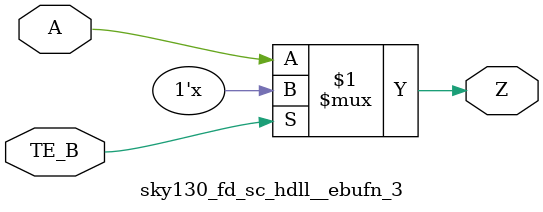
<source format=v>
module sky130_fd_sc_hdll__ebufn_3 (
    Z   ,
    A   ,
    TE_B
);
    output Z   ;
    input  A   ;
    input  TE_B;
    bufif0 bufif00 (Z     , A, TE_B        );
endmodule
</source>
